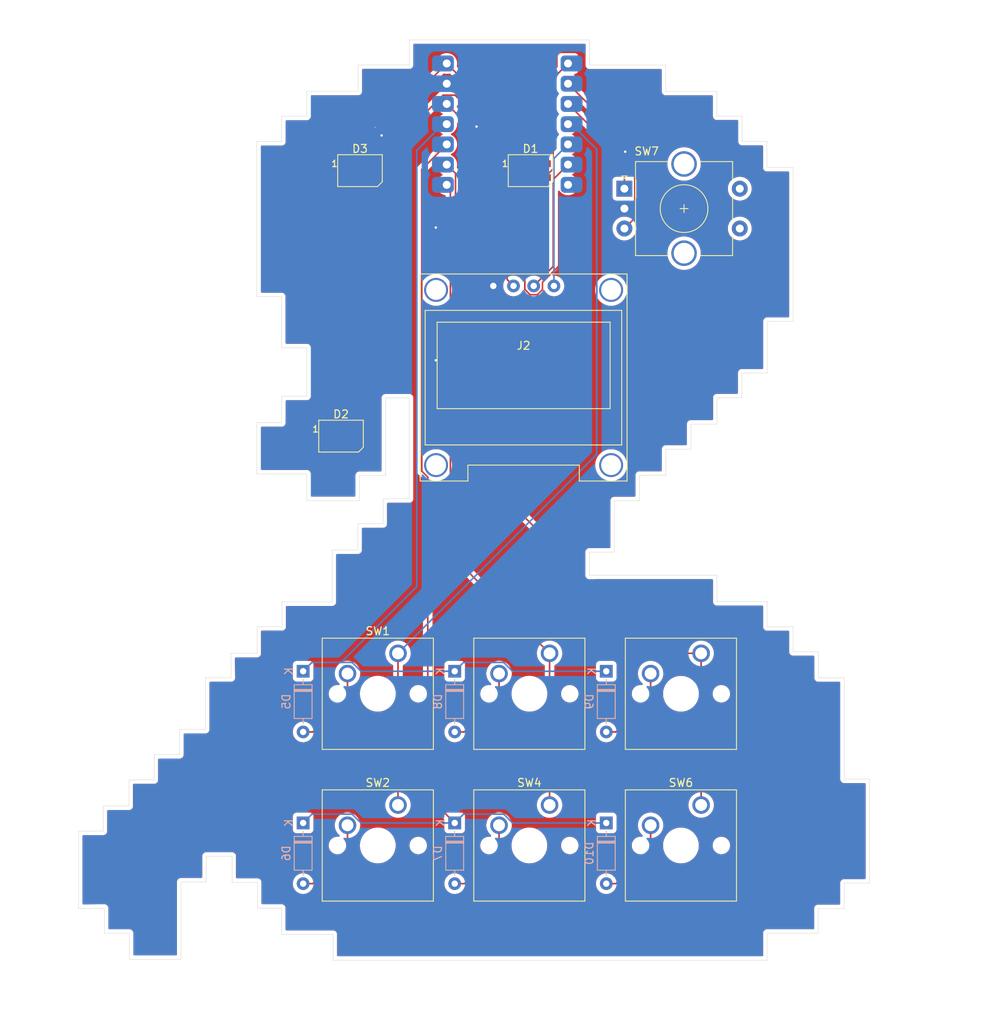
<source format=kicad_pcb>
(kicad_pcb (version 20241229) (generator "pcbnew") (generator_version "9.0")
  (layers (0 "F.Cu" signal) (2 "B.Cu" signal) (13 "F.Paste" user) (15 "B.Paste" user) (5 "F.SilkS" user "F.Silkscreen") (7 "B.SilkS" user "B.Silkscreen") (1 "F.Mask" user) (3 "B.Mask" user) (25 "Edge.Cuts" user))
  (net 0 "")
  (net 1 "Net-(D1-DOUT)")
  (net 2 "Net-(D1-DIN)")
  (net 3 "+5V")
  (net 4 "GND")
  (net 5 "Net-(D2-DIN)")
  (net 7 "Net-(U1-GPIO27{slash}ADC1{slash}A1)")
  (net 8 "Row 1")
  (net 9 "Net-(D5-A)")
  (net 10 "Net-(U1-GPIO28{slash}ADC2{slash}A2)")
  (net 11 "Net-(D6-A)")
  (net 12 "Row 2")
  (net 14 "Net-(D7-A)")
  (net 15 "Net-(D8-A)")
  (net 16 "Net-(D9-A)")
  (net 17 "Net-(D10-A)")
  (net 18 "Net-(J2-Pin_4)")
  (net 19 "Net-(J2-Pin_2)")
  (net 20 "Net-(J2-Pin_3)")
  (net 21 "Col 3")
  (net 22 "Col 1")
  (net 23 "Col 2")
  (footprint "LED_SMD:LED_SK6812MINI_PLCC4_3.5x3.5mm_P1.75mm" (layer "F.Cu") (at 135.73125 69.05625)
    (property "Reference" "D1" (at 0 -2.75 0) (layer "F.SilkS"))
    (property "Value" "SK6812MINI" (hide yes))
    (fp_line (start -2.8 -2) (end -2.8 2) (stroke (width 0.12)) (layer "F.SilkS"))
    (fp_line (start -2.8 -2) (end 2.8 -2) (stroke (width 0.12)) (layer "F.SilkS"))
    (fp_line (start -2.8 2) (end 2.2 2) (stroke (width 0.12)) (layer "F.SilkS"))
    (fp_line (start 2.8 1.4) (end 2.2 2) (stroke (width 0.12)) (layer "F.SilkS"))
    (fp_line (start 2.8 1.4) (end 2.8 -2) (stroke (width 0.12)) (layer "F.SilkS"))
    (fp_text user "1" (at -3.2 -0.875 0) (layer "F.SilkS") (effects (font (size 0.8 0.8))))
    (pad "1" smd rect (at -1.75 -0.875) (size 1.6 0.85) (layers "F.Cu" "F.Mask" "F.Paste") (net 1 "Net-(D1-DOUT)"))
    (pad "2" smd rect (at -1.75 0.875) (size 1.6 0.85) (layers "F.Cu" "F.Mask" "F.Paste") (net 4 "GND"))
    (pad "3" smd rect (at 1.75 0.875) (size 1.6 0.85) (layers "F.Cu" "F.Mask" "F.Paste") (net 2 "Net-(D1-DIN)"))
    (pad "4" smd rect (at 1.75 -0.875) (size 1.6 0.85) (layers "F.Cu" "F.Mask" "F.Paste") (net 3 "+5V"))
  )
  (footprint "Button_Switch_Keyboard:SW_Cherry_MX_1.00u_PCB" (layer "F.Cu") (at 138.127238 129.666275)
    (property "Reference" "SW3" (hide yes))
    (property "Value" "SW_Push")
    (fp_line (start -9.525 -1.905) (end 4.445 -1.905) (stroke (width 0.12)) (layer "F.SilkS"))
    (fp_line (start -9.525 12.065) (end -9.525 -1.905) (stroke (width 0.12)) (layer "F.SilkS"))
    (fp_line (start 4.445 -1.905) (end 4.445 12.065) (stroke (width 0.12)) (layer "F.SilkS"))
    (fp_line (start 4.445 12.065) (end -9.525 12.065) (stroke (width 0.12)) (layer "F.SilkS"))
    (pad "" np_thru_hole circle (at -7.62 5.08) (size 1.7 1.7) (drill 1.7) (layers "*.Cu" "*.Mask"))
    (pad "" np_thru_hole circle (at -2.54 5.08) (size 4 4) (drill 4) (layers "*.Cu" "*.Mask"))
    (pad "" np_thru_hole circle (at 2.54 5.08) (size 1.7 1.7) (drill 1.7) (layers "*.Cu" "*.Mask"))
    (pad "1" thru_hole circle (at 0 0) (size 2.2 2.2) (drill 1.5) (layers "*.Cu" "*.Mask") (net 23 "Col 2"))
    (pad "2" thru_hole circle (at -6.35 2.54) (size 2.2 2.2) (drill 1.5) (layers "*.Cu" "*.Mask") (net 15 "Net-(D8-A)"))
  )
  (footprint "Button_Switch_Keyboard:SW_Cherry_MX_1.00u_PCB" (layer "F.Cu") (at 138.127238 148.716275)
    (property "Reference" "SW4" (at -2.54 -2.794 0) (layer "F.SilkS"))
    (property "Value" "SW_Push")
    (fp_line (start -9.525 -1.905) (end 4.445 -1.905) (stroke (width 0.12)) (layer "F.SilkS"))
    (fp_line (start -9.525 12.065) (end -9.525 -1.905) (stroke (width 0.12)) (layer "F.SilkS"))
    (fp_line (start 4.445 -1.905) (end 4.445 12.065) (stroke (width 0.12)) (layer "F.SilkS"))
    (fp_line (start 4.445 12.065) (end -9.525 12.065) (stroke (width 0.12)) (layer "F.SilkS"))
    (pad "" np_thru_hole circle (at -7.62 5.08) (size 1.7 1.7) (drill 1.7) (layers "*.Cu" "*.Mask"))
    (pad "" np_thru_hole circle (at -2.54 5.08) (size 4 4) (drill 4) (layers "*.Cu" "*.Mask"))
    (pad "" np_thru_hole circle (at 2.54 5.08) (size 1.7 1.7) (drill 1.7) (layers "*.Cu" "*.Mask"))
    (pad "1" thru_hole circle (at 0 0) (size 2.2 2.2) (drill 1.5) (layers "*.Cu" "*.Mask") (net 23 "Col 2"))
    (pad "2" thru_hole circle (at -6.35 2.54) (size 2.2 2.2) (drill 1.5) (layers "*.Cu" "*.Mask") (net 14 "Net-(D7-A)"))
  )
  (footprint "Button_Switch_Keyboard:SW_Cherry_MX_1.00u_PCB" (layer "F.Cu") (at 119.077238 129.666275)
    (property "Reference" "SW1" (at -2.54 -2.794 0) (layer "F.SilkS"))
    (property "Value" "SW_Push")
    (fp_line (start -9.525 -1.905) (end 4.445 -1.905) (stroke (width 0.12)) (layer "F.SilkS"))
    (fp_line (start -9.525 12.065) (end -9.525 -1.905) (stroke (width 0.12)) (layer "F.SilkS"))
    (fp_line (start 4.445 -1.905) (end 4.445 12.065) (stroke (width 0.12)) (layer "F.SilkS"))
    (fp_line (start 4.445 12.065) (end -9.525 12.065) (stroke (width 0.12)) (layer "F.SilkS"))
    (pad "" np_thru_hole circle (at -7.62 5.08) (size 1.7 1.7) (drill 1.7) (layers "*.Cu" "*.Mask"))
    (pad "" np_thru_hole circle (at -2.54 5.08) (size 4 4) (drill 4) (layers "*.Cu" "*.Mask"))
    (pad "" np_thru_hole circle (at 2.54 5.08) (size 1.7 1.7) (drill 1.7) (layers "*.Cu" "*.Mask"))
    (pad "1" thru_hole circle (at 0 0) (size 2.2 2.2) (drill 1.5) (layers "*.Cu" "*.Mask") (net 22 "Col 1"))
    (pad "2" thru_hole circle (at -6.35 2.54) (size 2.2 2.2) (drill 1.5) (layers "*.Cu" "*.Mask") (net 9 "Net-(D5-A)"))
  )
  (footprint "Button_Switch_Keyboard:SW_Cherry_MX_1.00u_PCB" (layer "F.Cu") (at 157.177238 148.716275)
    (property "Reference" "SW6" (at -2.54 -2.794 0) (layer "F.SilkS"))
    (property "Value" "SW_Push")
    (fp_line (start -9.525 -1.905) (end 4.445 -1.905) (stroke (width 0.12)) (layer "F.SilkS"))
    (fp_line (start -9.525 12.065) (end -9.525 -1.905) (stroke (width 0.12)) (layer "F.SilkS"))
    (fp_line (start 4.445 -1.905) (end 4.445 12.065) (stroke (width 0.12)) (layer "F.SilkS"))
    (fp_line (start 4.445 12.065) (end -9.525 12.065) (stroke (width 0.12)) (layer "F.SilkS"))
    (pad "" np_thru_hole circle (at -7.62 5.08) (size 1.7 1.7) (drill 1.7) (layers "*.Cu" "*.Mask"))
    (pad "" np_thru_hole circle (at -2.54 5.08) (size 4 4) (drill 4) (layers "*.Cu" "*.Mask"))
    (pad "" np_thru_hole circle (at 2.54 5.08) (size 1.7 1.7) (drill 1.7) (layers "*.Cu" "*.Mask"))
    (pad "1" thru_hole circle (at 0 0) (size 2.2 2.2) (drill 1.5) (layers "*.Cu" "*.Mask") (net 21 "Col 3"))
    (pad "2" thru_hole circle (at -6.35 2.54) (size 2.2 2.2) (drill 1.5) (layers "*.Cu" "*.Mask") (net 17 "Net-(D10-A)"))
  )
  (footprint "LED_SMD:LED_SK6812MINI_PLCC4_3.5x3.5mm_P1.75mm" (layer "F.Cu") (at 114.2976 69.0548)
    (property "Reference" "D3" (at 0 -2.75 0) (layer "F.SilkS"))
    (property "Value" "SK6812MINI")
    (fp_line (start -2.8 -2) (end -2.8 2) (stroke (width 0.12)) (layer "F.SilkS"))
    (fp_line (start -2.8 -2) (end 2.8 -2) (stroke (width 0.12)) (layer "F.SilkS"))
    (fp_line (start -2.8 2) (end 2.2 2) (stroke (width 0.12)) (layer "F.SilkS"))
    (fp_line (start 2.8 1.4) (end 2.2 2) (stroke (width 0.12)) (layer "F.SilkS"))
    (fp_line (start 2.8 1.4) (end 2.8 -2) (stroke (width 0.12)) (layer "F.SilkS"))
    (fp_text user "1" (at -3.2 -0.875 0) (layer "F.SilkS") (effects (font (size 0.8 0.8))))
    (pad "1" smd rect (at -1.75 -0.875) (size 1.6 0.85) (layers "F.Cu" "F.Mask" "F.Paste") (net 5 "Net-(D2-DIN)"))
    (pad "2" smd rect (at -1.75 0.875) (size 1.6 0.85) (layers "F.Cu" "F.Mask" "F.Paste") (net 4 "GND"))
    (pad "3" smd rect (at 1.75 0.875) (size 1.6 0.85) (layers "F.Cu" "F.Mask" "F.Paste") (net 1 "Net-(D1-DOUT)"))
    (pad "4" smd rect (at 1.75 -0.875) (size 1.6 0.85) (layers "F.Cu" "F.Mask" "F.Paste") (net 3 "+5V"))
  )
  (footprint "Rotary_Encoder:RotaryEncoder_Alps_EC11E-Switch_Vertical_H20mm_CircularMountingHoles" (layer "F.Cu") (at 147.53125 71.31875)
    (property "Reference" "SW7" (at 2.8 -4.7 0) (layer "F.SilkS"))
    (property "Value" "RotaryEncoder")
    (fp_line (start -0.3 -1.6) (end 0.3 -1.6) (stroke (width 0.12)) (layer "F.SilkS"))
    (fp_line (start 0 -1.3) (end -0.3 -1.6) (stroke (width 0.12)) (layer "F.SilkS"))
    (fp_line (start 0.3 -1.6) (end 0 -1.3) (stroke (width 0.12)) (layer "F.SilkS"))
    (fp_line (start 1.4 -3.4) (end 1.4 8.4) (stroke (width 0.12)) (layer "F.SilkS"))
    (fp_line (start 5.5 -3.4) (end 1.4 -3.4) (stroke (width 0.12)) (layer "F.SilkS"))
    (fp_line (start 5.5 8.4) (end 1.4 8.4) (stroke (width 0.12)) (layer "F.SilkS"))
    (fp_line (start 7 2.5) (end 8 2.5) (stroke (width 0.12)) (layer "F.SilkS"))
    (fp_line (start 7.5 2) (end 7.5 3) (stroke (width 0.12)) (layer "F.SilkS"))
    (fp_line (start 9.5 -3.4) (end 13.6 -3.4) (stroke (width 0.12)) (layer "F.SilkS"))
    (fp_line (start 13.6 -3.4) (end 13.6 -1) (stroke (width 0.12)) (layer "F.SilkS"))
    (fp_line (start 13.6 1.2) (end 13.6 3.8) (stroke (width 0.12)) (layer "F.SilkS"))
    (fp_line (start 13.6 6) (end 13.6 8.4) (stroke (width 0.12)) (layer "F.SilkS"))
    (fp_line (start 13.6 8.4) (end 9.5 8.4) (stroke (width 0.12)) (layer "F.SilkS"))
    (fp_circle (center 7.5 2.5) (end 10.5 2.5) (stroke (width 0.12)) (fill no) (layer "F.SilkS"))
    (pad "A" thru_hole rect (at 0 0) (size 2 2) (drill 1) (layers "*.Cu" "*.Mask") (net 10 "Net-(U1-GPIO28{slash}ADC2{slash}A2)"))
    (pad "B" thru_hole circle (at 0 5) (size 2 2) (drill 1) (layers "*.Cu" "*.Mask") (net 7 "Net-(U1-GPIO27{slash}ADC1{slash}A1)"))
    (pad "C" thru_hole circle (at 0 2.5) (size 2 2) (drill 1) (layers "*.Cu" "*.Mask") (net 4 "GND"))
    (pad "MP" thru_hole circle (at 7.5 -3.1) (size 3.2 3.2) (drill 2.6) (layers "*.Cu" "*.Mask"))
    (pad "MP" thru_hole circle (at 7.5 8.1) (size 3.2 3.2) (drill 2.6) (layers "*.Cu" "*.Mask"))
    (pad "S1" thru_hole circle (at 14.5 5) (size 2 2) (drill 1) (layers "*.Cu" "*.Mask"))
    (pad "S2" thru_hole circle (at 14.5 0) (size 2 2) (drill 1) (layers "*.Cu" "*.Mask"))
  )
  (footprint "LED_SMD:LED_SK6812MINI_PLCC4_3.5x3.5mm_P1.75mm" (layer "F.Cu") (at 111.9164 102.3916)
    (property "Reference" "D2" (at 0 -2.75 0) (layer "F.SilkS"))
    (property "Value" "SK6812MINI" (hide yes))
    (fp_line (start -2.8 -2) (end -2.8 2) (stroke (width 0.12)) (layer "F.SilkS"))
    (fp_line (start -2.8 -2) (end 2.8 -2) (stroke (width 0.12)) (layer "F.SilkS"))
    (fp_line (start -2.8 2) (end 2.2 2) (stroke (width 0.12)) (layer "F.SilkS"))
    (fp_line (start 2.8 1.4) (end 2.2 2) (stroke (width 0.12)) (layer "F.SilkS"))
    (fp_line (start 2.8 1.4) (end 2.8 -2) (stroke (width 0.12)) (layer "F.SilkS"))
    (fp_text user "1" (at -3.2 -0.875 0) (layer "F.SilkS") (effects (font (size 0.8 0.8))))
    (pad "1" smd rect (at -1.75 -0.875) (size 1.6 0.85) (layers "F.Cu" "F.Mask" "F.Paste"))
    (pad "2" smd rect (at -1.75 0.875) (size 1.6 0.85) (layers "F.Cu" "F.Mask" "F.Paste") (net 4 "GND"))
    (pad "3" smd rect (at 1.75 0.875) (size 1.6 0.85) (layers "F.Cu" "F.Mask" "F.Paste") (net 5 "Net-(D2-DIN)"))
    (pad "4" smd rect (at 1.75 -0.875) (size 1.6 0.85) (layers "F.Cu" "F.Mask" "F.Paste") (net 3 "+5V"))
  )
  (footprint "Button_Switch_Keyboard:SW_Cherry_MX_1.00u_PCB" (layer "F.Cu") (at 157.177238 129.666275)
    (property "Reference" "SW5" (hide yes))
    (property "Value" "SW_Push")
    (fp_line (start -9.525 -1.905) (end 4.445 -1.905) (stroke (width 0.12)) (layer "F.SilkS"))
    (fp_line (start -9.525 12.065) (end -9.525 -1.905) (stroke (width 0.12)) (layer "F.SilkS"))
    (fp_line (start 4.445 -1.905) (end 4.445 12.065) (stroke (width 0.12)) (layer "F.SilkS"))
    (fp_line (start 4.445 12.065) (end -9.525 12.065) (stroke (width 0.12)) (layer "F.SilkS"))
    (pad "" np_thru_hole circle (at -7.62 5.08) (size 1.7 1.7) (drill 1.7) (layers "*.Cu" "*.Mask"))
    (pad "" np_thru_hole circle (at -2.54 5.08) (size 4 4) (drill 4) (layers "*.Cu" "*.Mask"))
    (pad "" np_thru_hole circle (at 2.54 5.08) (size 1.7 1.7) (drill 1.7) (layers "*.Cu" "*.Mask"))
    (pad "1" thru_hole circle (at 0 0) (size 2.2 2.2) (drill 1.5) (layers "*.Cu" "*.Mask") (net 21 "Col 3"))
    (pad "2" thru_hole circle (at -6.35 2.54) (size 2.2 2.2) (drill 1.5) (layers "*.Cu" "*.Mask") (net 16 "Net-(D9-A)"))
  )
  (footprint "Button_Switch_Keyboard:SW_Cherry_MX_1.00u_PCB" (layer "F.Cu") (at 119.077238 148.716275)
    (property "Reference" "SW2" (at -2.54 -2.794 0) (layer "F.SilkS"))
    (property "Value" "SW_Push")
    (fp_line (start -9.525 -1.905) (end 4.445 -1.905) (stroke (width 0.12)) (layer "F.SilkS"))
    (fp_line (start -9.525 12.065) (end -9.525 -1.905) (stroke (width 0.12)) (layer "F.SilkS"))
    (fp_line (start 4.445 -1.905) (end 4.445 12.065) (stroke (width 0.12)) (layer "F.SilkS"))
    (fp_line (start 4.445 12.065) (end -9.525 12.065) (stroke (width 0.12)) (layer "F.SilkS"))
    (pad "" np_thru_hole circle (at -7.62 5.08) (size 1.7 1.7) (drill 1.7) (layers "*.Cu" "*.Mask"))
    (pad "" np_thru_hole circle (at -2.54 5.08) (size 4 4) (drill 4) (layers "*.Cu" "*.Mask"))
    (pad "" np_thru_hole circle (at 2.54 5.08) (size 1.7 1.7) (drill 1.7) (layers "*.Cu" "*.Mask"))
    (pad "1" thru_hole circle (at 0 0) (size 2.2 2.2) (drill 1.5) (layers "*.Cu" "*.Mask") (net 22 "Col 1"))
    (pad "2" thru_hole circle (at -6.35 2.54) (size 2.2 2.2) (drill 1.5) (layers "*.Cu" "*.Mask") (net 11 "Net-(D6-A)"))
  )
  (footprint "self-made Library:SSD1306_0.96_Oled" (layer "F.Cu") (at 121.864529 108.030159)
    (property "Reference" "J2" (at 13 -17 0) (layer "F.SilkS"))
    (property "Value" "Conn_01x04_Pin")
    (fp_line (start 0 -26) (end 0 0) (stroke (width 0.12)) (layer "F.SilkS"))
    (fp_line (start 0 0) (end 6 0) (stroke (width 0.12)) (layer "F.SilkS"))
    (fp_line (start 0.63 -21.43) (end 0.63 -4.53) (stroke (width 0.12)) (layer "F.SilkS"))
    (fp_line (start 0.63 -4.53) (end 25.33 -4.53) (stroke (width 0.12)) (layer "F.SilkS"))
    (fp_line (start 2.13 -19.95) (end 2.13 -9.09) (stroke (width 0.12)) (layer "F.SilkS"))
    (fp_line (start 2.13 -9.09) (end 23.87 -9.09) (stroke (width 0.12)) (layer "F.SilkS"))
    (fp_line (start 6 -2) (end 20 -2) (stroke (width 0.12)) (layer "F.SilkS"))
    (fp_line (start 6 0) (end 6 -2) (stroke (width 0.12)) (layer "F.SilkS"))
    (fp_line (start 20 -2) (end 20 0) (stroke (width 0.12)) (layer "F.SilkS"))
    (fp_line (start 20 0) (end 26 0) (stroke (width 0.12)) (layer "F.SilkS"))
    (fp_line (start 23.87 -19.95) (end 2.13 -19.95) (stroke (width 0.12)) (layer "F.SilkS"))
    (fp_line (start 23.87 -9.09) (end 23.87 -19.95) (stroke (width 0.12)) (layer "F.SilkS"))
    (fp_line (start 25.33 -21.43) (end 0.63 -21.43) (stroke (width 0.12)) (layer "F.SilkS"))
    (fp_line (start 25.33 -4.53) (end 25.33 -21.43) (stroke (width 0.12)) (layer "F.SilkS"))
    (fp_line (start 26 -26) (end 0 -26) (stroke (width 0.12)) (layer "F.SilkS"))
    (fp_line (start 26 0) (end 26 -26) (stroke (width 0.12)) (layer "F.SilkS"))
    (pad "" np_thru_hole circle (at 2 -24) (size 3 3) (drill 2.5) (layers "*.Cu" "*.Mask"))
    (pad "" np_thru_hole circle (at 2 -2) (size 3 3) (drill 2.5) (layers "*.Cu" "*.Mask"))
    (pad "" np_thru_hole circle (at 24 -24) (size 3 3) (drill 2.5) (layers "*.Cu" "*.Mask"))
    (pad "" np_thru_hole circle (at 24 -2) (size 3 3) (drill 2.5) (layers "*.Cu" "*.Mask"))
    (pad "1" thru_hole circle (at 9.19 -24.5) (size 1.6 1.6) (drill 0.8) (layers "*.Cu" "*.Mask") (net 4 "GND"))
    (pad "2" thru_hole circle (at 11.73 -24.5) (size 1.6 1.6) (drill 0.8) (layers "*.Cu" "*.Mask") (net 19 "Net-(J2-Pin_2)"))
    (pad "3" thru_hole circle (at 14.27 -24.5) (size 1.6 1.6) (drill 0.8) (layers "*.Cu" "*.Mask") (net 20 "Net-(J2-Pin_3)"))
    (pad "4" thru_hole circle (at 16.81 -24.5) (size 1.6 1.6) (drill 0.8) (layers "*.Cu" "*.Mask") (net 18 "Net-(J2-Pin_4)"))
  )
  (footprint "ScottoKeebs_MCU:Seeed_XIAO_RP2040" (layer "B.Cu") (at 132.825516 63.215673 180)
    (property "Reference" "U1" (hide yes))
    (property "Value" "XIAO-RP2040-DIP")
    (pad "1" smd roundrect (at -8.065 7.62 180) (size 2.75 2) (layers "B.Cu" "B.Mask" "B.Paste") (net 2 "Net-(D1-DIN)"))
    (pad "1" thru_hole rect (at -7.62 7.62 90) (size 1.6 1.6) (drill 1) (layers "*.Cu" "*.Mask") (net 2 "Net-(D1-DIN)"))
    (pad "2" smd roundrect (at -8.065 5.08 180) (size 2.75 2) (layers "B.Cu" "B.Mask" "B.Paste") (net 7 "Net-(U1-GPIO27{slash}ADC1{slash}A1)"))
    (pad "2" thru_hole circle (at -7.62 5.08 90) (size 1.6 1.6) (drill 1) (layers "*.Cu" "*.Mask") (net 7 "Net-(U1-GPIO27{slash}ADC1{slash}A1)"))
    (pad "3" smd roundrect (at -8.065 2.54 180) (size 2.75 2) (layers "B.Cu" "B.Mask" "B.Paste") (net 10 "Net-(U1-GPIO28{slash}ADC2{slash}A2)"))
    (pad "3" thru_hole circle (at -7.62 2.54 90) (size 1.6 1.6) (drill 1) (layers "*.Cu" "*.Mask") (net 10 "Net-(U1-GPIO28{slash}ADC2{slash}A2)"))
    (pad "4" smd roundrect (at -8.065 0 180) (size 2.75 2) (layers "B.Cu" "B.Mask" "B.Paste") (net 22 "Col 1"))
    (pad "4" thru_hole circle (at -7.62 0 90) (size 1.6 1.6) (drill 1) (layers "*.Cu" "*.Mask") (net 22 "Col 1"))
    (pad "5" smd roundrect (at -8.065 -2.54 180) (size 2.75 2) (layers "B.Cu" "B.Mask" "B.Paste") (net 18 "Net-(J2-Pin_4)"))
    (pad "5" thru_hole circle (at -7.62 -2.54 90) (size 1.6 1.6) (drill 1) (layers "*.Cu" "*.Mask") (net 18 "Net-(J2-Pin_4)"))
    (pad "6" smd roundrect (at -8.065 -5.08 180) (size 2.75 2) (layers "B.Cu" "B.Mask" "B.Paste") (net 20 "Net-(J2-Pin_3)"))
    (pad "6" thru_hole circle (at -7.62 -5.08 90) (size 1.6 1.6) (drill 1) (layers "*.Cu" "*.Mask") (net 20 "Net-(J2-Pin_3)"))
    (pad "7" smd roundrect (at -8.065 -7.62 180) (size 2.75 2) (layers "B.Cu" "B.Mask" "B.Paste"))
    (pad "7" thru_hole circle (at -7.62 -7.62 90) (size 1.6 1.6) (drill 1) (layers "*.Cu" "*.Mask"))
    (pad "8" thru_hole circle (at 7.62 -7.62 90) (size 1.6 1.6) (drill 1) (layers "*.Cu" "*.Mask") (net 23 "Col 2"))
    (pad "8" smd roundrect (at 8.1 -7.62 180) (size 2.75 2) (layers "B.Cu" "B.Mask" "B.Paste") (net 23 "Col 2"))
    (pad "9" thru_hole circle (at 7.62 -5.08 90) (size 1.6 1.6) (drill 1) (layers "*.Cu" "*.Mask") (net 21 "Col 3"))
    (pad "9" smd roundrect (at 8.1 -5.08 180) (size 2.75 2) (layers "B.Cu" "B.Mask" "B.Paste") (net 21 "Col 3"))
    (pad "10" thru_hole circle (at 7.62 -2.54 90) (size 1.6 1.6) (drill 1) (layers "*.Cu" "*.Mask") (net 12 "Row 2"))
    (pad "10" smd roundrect (at 8.1 -2.54 180) (size 2.75 2) (layers "B.Cu" "B.Mask" "B.Paste") (net 12 "Row 2"))
    (pad "11" thru_hole circle (at 7.62 0 90) (size 1.6 1.6) (drill 1) (layers "*.Cu" "*.Mask") (net 8 "Row 1"))
    (pad "11" smd roundrect (at 8.1 0 180) (size 2.75 2) (layers "B.Cu" "B.Mask" "B.Paste") (net 8 "Row 1"))
    (pad "12" thru_hole circle (at 7.62 2.54 90) (size 1.6 1.6) (drill 1) (layers "*.Cu" "*.Mask") (net 19 "Net-(J2-Pin_2)"))
    (pad "12" smd roundrect (at 8.1 2.54 180) (size 2.75 2) (layers "B.Cu" "B.Mask" "B.Paste") (net 19 "Net-(J2-Pin_2)"))
    (pad "13" thru_hole circle (at 7.62 5.08 90) (size 1.6 1.6) (drill 1) (layers "*.Cu" "*.Mask") (net 4 "GND"))
    (pad "13" smd roundrect (at 8.1 5.08 180) (size 2.75 2) (layers "B.Cu" "B.Mask" "B.Paste") (net 4 "GND"))
    (pad "14" thru_hole circle (at 7.62 7.62 90) (size 1.6 1.6) (drill 1) (layers "*.Cu" "*.Mask") (net 3 "+5V"))
    (pad "14" smd roundrect (at 8.1 7.62 180) (size 2.75 2) (layers "B.Cu" "B.Mask" "B.Paste") (net 3 "+5V"))
  )
  (footprint "Diode_THT:D_DO-35_SOD27_P7.62mm_Horizontal" (layer "B.Cu") (at 126.2036 150.968 -90)
    (property "Reference" "D7" (at 3.81 2.12 90) (layer "B.SilkS") (effects (justify mirror)))
    (property "Value" "D")
    (fp_line (start 1.69 1.12) (end 1.69 -1.12) (stroke (width 0.12)) (layer "B.SilkS"))
    (fp_line (start 2.29 1.12) (end 2.29 -1.12) (stroke (width 0.12)) (layer "B.SilkS"))
    (fp_line (start 2.41 1.12) (end 2.41 -1.12) (stroke (width 0.12)) (layer "B.SilkS"))
    (fp_line (start 2.53 1.12) (end 2.53 -1.12) (stroke (width 0.12)) (layer "B.SilkS"))
    (fp_line (start 5.93 1.12) (end 1.69 1.12) (stroke (width 0.12)) (layer "B.SilkS"))
    (fp_line (start 1.04 0) (end 1.69 0) (stroke (width 0.12)) (layer "B.SilkS"))
    (fp_line (start 6.58 0) (end 5.93 0) (stroke (width 0.12)) (layer "B.SilkS"))
    (fp_line (start 1.69 -1.12) (end 5.93 -1.12) (stroke (width 0.12)) (layer "B.SilkS"))
    (fp_line (start 5.93 -1.12) (end 5.93 1.12) (stroke (width 0.12)) (layer "B.SilkS"))
    (fp_text user "K" (at 0 1.8 90) (layer "B.SilkS") (effects (justify mirror)))
    (pad "1" thru_hole rect (at 0 0 270) (size 1.6 1.6) (drill 0.8) (layers "*.Cu" "*.Mask") (net 12 "Row 2"))
    (pad "2" thru_hole oval (at 7.62 0 270) (size 1.6 1.6) (drill 0.8) (layers "*.Cu" "*.Mask") (net 14 "Net-(D7-A)"))
  )
  (footprint "Diode_THT:D_DO-35_SOD27_P7.62mm_Horizontal" (layer "B.Cu") (at 145.2532 150.968 -90)
    (property "Reference" "D10" (at 3.81 2.12 90) (layer "B.SilkS") (effects (justify mirror)))
    (property "Value" "D")
    (fp_line (start 1.69 1.12) (end 1.69 -1.12) (stroke (width 0.12)) (layer "B.SilkS"))
    (fp_line (start 2.29 1.12) (end 2.29 -1.12) (stroke (width 0.12)) (layer "B.SilkS"))
    (fp_line (start 2.41 1.12) (end 2.41 -1.12) (stroke (width 0.12)) (layer "B.SilkS"))
    (fp_line (start 2.53 1.12) (end 2.53 -1.12) (stroke (width 0.12)) (layer "B.SilkS"))
    (fp_line (start 5.93 1.12) (end 1.69 1.12) (stroke (width 0.12)) (layer "B.SilkS"))
    (fp_line (start 1.04 0) (end 1.69 0) (stroke (width 0.12)) (layer "B.SilkS"))
    (fp_line (start 6.58 0) (end 5.93 0) (stroke (width 0.12)) (layer "B.SilkS"))
    (fp_line (start 1.69 -1.12) (end 5.93 -1.12) (stroke (width 0.12)) (layer "B.SilkS"))
    (fp_line (start 5.93 -1.12) (end 5.93 1.12) (stroke (width 0.12)) (layer "B.SilkS"))
    (fp_text user "K" (at 0 1.8 90) (layer "B.SilkS") (effects (justify mirror)))
    (pad "1" thru_hole rect (at 0 0 270) (size 1.6 1.6) (drill 0.8) (layers "*.Cu" "*.Mask") (net 12 "Row 2"))
    (pad "2" thru_hole oval (at 7.62 0 270) (size 1.6 1.6) (drill 0.8) (layers "*.Cu" "*.Mask") (net 17 "Net-(D10-A)"))
  )
  (footprint "Diode_THT:D_DO-35_SOD27_P7.62mm_Horizontal" (layer "B.Cu") (at 107.154 131.9184 -90)
    (property "Reference" "D5" (at 3.81 2.12 90) (layer "B.SilkS") (effects (justify mirror)))
    (property "Value" "D")
    (fp_line (start 1.69 1.12) (end 1.69 -1.12) (stroke (width 0.12)) (layer "B.SilkS"))
    (fp_line (start 2.29 1.12) (end 2.29 -1.12) (stroke (width 0.12)) (layer "B.SilkS"))
    (fp_line (start 2.41 1.12) (end 2.41 -1.12) (stroke (width 0.12)) (layer "B.SilkS"))
    (fp_line (start 2.53 1.12) (end 2.53 -1.12) (stroke (width 0.12)) (layer "B.SilkS"))
    (fp_line (start 5.93 1.12) (end 1.69 1.12) (stroke (width 0.12)) (layer "B.SilkS"))
    (fp_line (start 1.04 0) (end 1.69 0) (stroke (width 0.12)) (layer "B.SilkS"))
    (fp_line (start 6.58 0) (end 5.93 0) (stroke (width 0.12)) (layer "B.SilkS"))
    (fp_line (start 1.69 -1.12) (end 5.93 -1.12) (stroke (width 0.12)) (layer "B.SilkS"))
    (fp_line (start 5.93 -1.12) (end 5.93 1.12) (stroke (width 0.12)) (layer "B.SilkS"))
    (fp_text user "K" (at 0 1.8 90) (layer "B.SilkS") (effects (justify mirror)))
    (pad "1" thru_hole rect (at 0 0 270) (size 1.6 1.6) (drill 0.8) (layers "*.Cu" "*.Mask") (net 8 "Row 1"))
    (pad "2" thru_hole oval (at 7.62 0 270) (size 1.6 1.6) (drill 0.8) (layers "*.Cu" "*.Mask") (net 9 "Net-(D5-A)"))
  )
  (footprint "Diode_THT:D_DO-35_SOD27_P7.62mm_Horizontal" (layer "B.Cu") (at 126.2036 131.9184 -90)
    (property "Reference" "D8" (at 3.81 2.12 90) (layer "B.SilkS") (effects (justify mirror)))
    (property "Value" "D")
    (fp_line (start 1.69 1.12) (end 1.69 -1.12) (stroke (width 0.12)) (layer "B.SilkS"))
    (fp_line (start 2.29 1.12) (end 2.29 -1.12) (stroke (width 0.12)) (layer "B.SilkS"))
    (fp_line (start 2.41 1.12) (end 2.41 -1.12) (stroke (width 0.12)) (layer "B.SilkS"))
    (fp_line (start 2.53 1.12) (end 2.53 -1.12) (stroke (width 0.12)) (layer "B.SilkS"))
    (fp_line (start 5.93 1.12) (end 1.69 1.12) (stroke (width 0.12)) (layer "B.SilkS"))
    (fp_line (start 1.04 0) (end 1.69 0) (stroke (width 0.12)) (layer "B.SilkS"))
    (fp_line (start 6.58 0) (end 5.93 0) (stroke (width 0.12)) (layer "B.SilkS"))
    (fp_line (start 1.69 -1.12) (end 5.93 -1.12) (stroke (width 0.12)) (layer "B.SilkS"))
    (fp_line (start 5.93 -1.12) (end 5.93 1.12) (stroke (width 0.12)) (layer "B.SilkS"))
    (fp_text user "K" (at 0 1.8 90) (layer "B.SilkS") (effects (justify mirror)))
    (pad "1" thru_hole rect (at 0 0 270) (size 1.6 1.6) (drill 0.8) (layers "*.Cu" "*.Mask") (net 8 "Row 1"))
    (pad "2" thru_hole oval (at 7.62 0 270) (size 1.6 1.6) (drill 0.8) (layers "*.Cu" "*.Mask") (net 15 "Net-(D8-A)"))
  )
  (footprint "Diode_THT:D_DO-35_SOD27_P7.62mm_Horizontal" (layer "B.Cu") (at 145.2532 131.9184 -90)
    (property "Reference" "D9" (at 3.81 2.12 90) (layer "B.SilkS") (effects (justify mirror)))
    (property "Value" "D")
    (fp_line (start 1.69 1.12) (end 1.69 -1.12) (stroke (width 0.12)) (layer "B.SilkS"))
    (fp_line (start 2.29 1.12) (end 2.29 -1.12) (stroke (width 0.12)) (layer "B.SilkS"))
    (fp_line (start 2.41 1.12) (end 2.41 -1.12) (stroke (width 0.12)) (layer "B.SilkS"))
    (fp_line (start 2.53 1.12) (end 2.53 -1.12) (stroke (width 0.12)) (layer "B.SilkS"))
    (fp_line (start 5.93 1.12) (end 1.69 1.12) (stroke (width 0.12)) (layer "B.SilkS"))
    (fp_line (start 1.04 0) (end 1.69 0) (stroke (width 0.12)) (layer "B.SilkS"))
    (fp_line (start 6.58 0) (end 5.93 0) (stroke (width 0.12)) (layer "B.SilkS"))
    (fp_line (start 1.69 -1.12) (end 5.93 -1.12) (stroke (width 0.12)) (layer "B.SilkS"))
    (fp_line (start 5.93 -1.12) (end 5.93 1.12) (stroke (width 0.12)) (layer "B.SilkS"))
    (fp_text user "K" (at 0 1.8 90) (layer "B.SilkS") (effects (justify mirror)))
    (pad "1" thru_hole rect (at 0 0 270) (size 1.6 1.6) (drill 0.8) (layers "*.Cu" "*.Mask") (net 8 "Row 1"))
    (pad "2" thru_hole oval (at 7.62 0 270) (size 1.6 1.6) (drill 0.8) (layers "*.Cu" "*.Mask") (net 16 "Net-(D9-A)"))
  )
  (footprint "Diode_THT:D_DO-35_SOD27_P7.62mm_Horizontal" (layer "B.Cu") (at 107.154 150.968 -90)
    (property "Reference" "D6" (at 3.81 2.12 90) (layer "B.SilkS") (effects (justify mirror)))
    (property "Value" "D")
    (fp_line (start 1.69 1.12) (end 1.69 -1.12) (stroke (width 0.12)) (layer "B.SilkS"))
    (fp_line (start 2.29 1.12) (end 2.29 -1.12) (stroke (width 0.12)) (layer "B.SilkS"))
    (fp_line (start 2.41 1.12) (end 2.41 -1.12) (stroke (width 0.12)) (layer "B.SilkS"))
    (fp_line (start 2.53 1.12) (end 2.53 -1.12) (stroke (width 0.12)) (layer "B.SilkS"))
    (fp_line (start 5.93 1.12) (end 1.69 1.12) (stroke (width 0.12)) (layer "B.SilkS"))
    (fp_line (start 1.04 0) (end 1.69 0) (stroke (width 0.12)) (layer "B.SilkS"))
    (fp_line (start 6.58 0) (end 5.93 0) (stroke (width 0.12)) (layer "B.SilkS"))
    (fp_line (start 1.69 -1.12) (end 5.93 -1.12) (stroke (width 0.12)) (layer "B.SilkS"))
    (fp_line (start 5.93 -1.12) (end 5.93 1.12) (stroke (width 0.12)) (layer "B.SilkS"))
    (fp_text user "K" (at 0 1.8 90) (layer "B.SilkS") (effects (justify mirror)))
    (pad "1" thru_hole rect (at 0 0 270) (size 1.6 1.6) (drill 0.8) (layers "*.Cu" "*.Mask") (net 12 "Row 2"))
    (pad "2" thru_hole oval (at 7.62 0 270) (size 1.6 1.6) (drill 0.8) (layers "*.Cu" "*.Mask") (net 11 "Net-(D6-A)"))
  )
  (gr_line (start 159.151474 59.100958) (end 152.724962 59.100958) (stroke (width 0.05)) (layer "Edge.Cuts"))
  (gr_line (start 94.879182 139.231495) (end 91.644411 139.231495) (stroke (width 0.05)) (layer "Edge.Cuts"))
  (gr_line (start 171.883016 161.718637) (end 175.15094 161.718637) (stroke (width 0.05)) (layer "Edge.Cuts"))
  (gr_line (start 78.927329 161.701272) (end 82.178109 161.674843) (stroke (width 0.05)) (layer "Edge.Cuts"))
  (gr_line (start 120.495211 110.257942) (end 117.20299 110.257942) (stroke (width 0.05)) (layer "Edge.Cuts"))
  (gr_line (start 101.418502 161.674843) (end 101.418502 158.424062) (stroke (width 0.05)) (layer "Edge.Cuts"))
  (gr_line (start 101.337158 100.709286) (end 101.337158 107.135799) (stroke (width 0.05)) (layer "Edge.Cuts"))
  (gr_line (start 165.456503 65.381689) (end 162.33436 65.381689) (stroke (width 0.05)) (layer "Edge.Cuts"))
  (gr_line (start 155.88355 100.879364) (end 159.175771 100.879364) (stroke (width 0.05)) (layer "Edge.Cuts"))
  (gr_line (start 159.163623 119.855192) (end 143.127712 119.855192) (stroke (width 0.05)) (layer "Edge.Cuts"))
  (gr_line (start 171.907312 132.744662) (end 171.907312 129.464589) (stroke (width 0.05)) (layer "Edge.Cuts"))
  (gr_line (start 110.804522 116.688437) (end 114.03703 116.688437) (stroke (width 0.05)) (layer "Edge.Cuts"))
  (gr_line (start 101.363468 126.311183) (end 104.497589 126.311183) (stroke (width 0.05)) (layer "Edge.Cuts"))
  (gr_line (start 104.497589 126.311183) (end 104.497589 123.215755) (stroke (width 0.05)) (layer "Edge.Cuts"))
  (gr_line (start 152.724962 55.796588) (end 143.152009 55.796588) (stroke (width 0.05)) (layer "Edge.Cuts"))
  (gr_line (start 104.447152 91.294263) (end 107.617889 91.294263) (stroke (width 0.05)) (layer "Edge.Cuts"))
  (gr_line (start 104.497589 123.215755) (end 110.804522 123.215755) (stroke (width 0.05)) (layer "Edge.Cuts"))
  (gr_line (start 114.068699 59.088809) (end 107.617889 59.088809) (stroke (width 0.05)) (layer "Edge.Cuts"))
  (gr_line (start 175.15094 158.523603) (end 178.345973 158.523603) (stroke (width 0.05)) (layer "Edge.Cuts"))
  (gr_line (start 104.459301 62.223101) (end 104.459301 65.405986) (stroke (width 0.05)) (layer "Edge.Cuts"))
  (gr_line (start 162.297914 97.574995) (end 162.297914 94.465) (stroke (width 0.05)) (layer "Edge.Cuts"))
  (gr_line (start 175.15094 161.718637) (end 175.15094 158.523603) (stroke (width 0.05)) (layer "Edge.Cuts"))
  (gr_line (start 107.617889 91.294263) (end 107.617889 97.38062) (stroke (width 0.05)) (layer "Edge.Cuts"))
  (gr_line (start 98.22058 155.146852) (end 94.969799 155.146852) (stroke (width 0.05)) (layer "Edge.Cuts"))
  (gr_line (start 165.4808 87.977745) (end 168.736576 87.977745) (stroke (width 0.05)) (layer "Edge.Cuts"))
  (gr_line (start 94.969799 158.371204) (end 91.798306 158.371204) (stroke (width 0.05)) (layer "Edge.Cuts"))
  (gr_line (start 88.431645 145.553939) (end 85.271104 145.553939) (stroke (width 0.05)) (layer "Edge.Cuts"))
  (gr_line (start 107.617889 62.223101) (end 107.617889 59.088809) (stroke (width 0.05)) (layer "Edge.Cuts"))
  (gr_line (start 101.418502 158.424062) (end 98.22058 158.424062) (stroke (width 0.05)) (layer "Edge.Cuts"))
  (gr_line (start 104.447152 84.879899) (end 101.337158 84.879899) (stroke (width 0.05)) (layer "Edge.Cuts"))
  (gr_line (start 168.736576 129.464589) (end 168.736576 126.330298) (stroke (width 0.05)) (layer "Edge.Cuts"))
  (gr_line (start 98.11327 132.734195) (end 98.074577 129.67746) (stroke (width 0.05)) (layer "Edge.Cuts"))
  (gr_line (start 104.447152 164.962264) (end 110.922259 164.962264) (stroke (width 0.05)) (layer "Edge.Cuts"))
  (gr_line (start 165.468651 123.171709) (end 159.163623 123.171709) (stroke (width 0.05)) (layer "Edge.Cuts"))
  (gr_line (start 91.644411 142.378246) (end 91.644411 139.231495) (stroke (width 0.05)) (layer "Edge.Cuts"))
  (gr_line (start 94.879182 139.231495) (end 94.879182 132.734195) (stroke (width 0.05)) (layer "Edge.Cuts"))
  (gr_line (start 98.11327 132.734195) (end 94.879182 132.734195) (stroke (width 0.05)) (layer "Edge.Cuts"))
  (gr_line (start 165.468651 168.205891) (end 165.468651 164.816483) (stroke (width 0.05)) (layer "Edge.Cuts"))
  (gr_line (start 114.226628 110.488762) (end 114.226628 107.330174) (stroke (width 0.05)) (layer "Edge.Cuts"))
  (gr_line (start 149.420592 107.305877) (end 152.73711 107.305877) (stroke (width 0.05)) (layer "Edge.Cuts"))
  (gr_line (start 107.617889 107.135799) (end 107.617889 110.488762) (stroke (width 0.05)) (layer "Edge.Cuts"))
  (gr_line (start 146.274152 116.95172) (end 146.274152 110.50091) (stroke (width 0.05)) (layer "Edge.Cuts"))
  (gr_line (start 178.345973 158.523603) (end 178.345973 145.464055) (stroke (width 0.05)) (layer "Edge.Cuts"))
  (gr_line (start 165.468651 126.330298) (end 165.468651 123.171709) (stroke (width 0.05)) (layer "Edge.Cuts"))
  (gr_line (start 82.178109 161.674843) (end 82.178109 164.819907) (stroke (width 0.05)) (layer "Edge.Cuts"))
  (gr_line (start 110.922259 168.205891) (end 165.468651 168.205891) (stroke (width 0.05)) (layer "Edge.Cuts"))
  (gr_line (start 104.447152 161.674843) (end 101.418502 161.674843) (stroke (width 0.05)) (layer "Edge.Cuts"))
  (gr_line (start 104.447152 161.674843) (end 104.447152 164.962264) (stroke (width 0.05)) (layer "Edge.Cuts"))
  (gr_line (start 178.345973 145.464055) (end 175.163088 145.464055) (stroke (width 0.05)) (layer "Edge.Cuts"))
  (gr_line (start 155.88355 104.025804) (end 155.88355 100.879364) (stroke (width 0.05)) (layer "Edge.Cuts"))
  (gr_line (start 107.617889 97.38062) (end 104.459301 97.38062) (stroke (width 0.05)) (layer "Edge.Cuts"))
  (gr_line (start 152.724962 59.100958) (end 152.724962 55.796588) (stroke (width 0.05)) (layer "Edge.Cuts"))
  (gr_line (start 171.907312 129.464589) (end 168.736576 129.464589) (stroke (width 0.05)) (layer "Edge.Cuts"))
  (gr_line (start 85.323174 164.819907) (end 85.323174 168.097117) (stroke (width 0.05)) (layer "Edge.Cuts"))
  (gr_line (start 98.074577 129.67746) (end 101.363468 129.67746) (stroke (width 0.05)) (layer "Edge.Cuts"))
  (gr_line (start 175.163088 132.744662) (end 171.907312 132.744662) (stroke (width 0.05)) (layer "Edge.Cuts"))
  (gr_line (start 117.506701 97.599291) (end 120.495211 97.599291) (stroke (width 0.05)) (layer "Edge.Cuts"))
  (gr_line (start 82.178109 164.819907) (end 85.323174 164.819907) (stroke (width 0.05)) (layer "Edge.Cuts"))
  (gr_line (start 168.736576 87.977745) (end 168.736576 68.661762) (stroke (width 0.05)) (layer "Edge.Cuts"))
  (gr_line (start 117.506701 107.330174) (end 117.506701 97.599291) (stroke (width 0.05)) (layer "Edge.Cuts"))
  (gr_line (start 110.922259 164.962264) (end 110.922259 168.205891) (stroke (width 0.05)) (layer "Edge.Cuts"))
  (gr_line (start 91.798306 168.097117) (end 85.323174 168.097117) (stroke (width 0.05)) (layer "Edge.Cuts"))
  (gr_line (start 110.804522 123.215755) (end 110.804522 116.688437) (stroke (width 0.05)) (layer "Edge.Cuts"))
  (gr_line (start 159.151474 62.198804) (end 159.151474 59.100958) (stroke (width 0.05)) (layer "Edge.Cuts"))
  (gr_line (start 146.274152 110.50091) (end 149.420592 110.50091) (stroke (width 0.05)) (layer "Edge.Cuts"))
  (gr_line (start 114.226628 107.330174) (end 117.506701 107.330174) (stroke (width 0.05)) (layer "Edge.Cuts"))
  (gr_line (start 165.4808 94.465) (end 165.4808 87.977745) (stroke (width 0.05)) (layer "Edge.Cuts"))
  (gr_line (start 143.127712 116.95172) (end 146.274152 116.95172) (stroke (width 0.05)) (layer "Edge.Cuts"))
  (gr_line (start 152.73711 107.305877) (end 152.73711 104.025804) (stroke (width 0.05)) (layer "Edge.Cuts"))
  (gr_line (start 85.271104 148.845974) (end 82.027128 148.845974) (stroke (width 0.05)) (layer "Edge.Cuts"))
  (gr_line (start 159.175771 97.574995) (end 162.297914 97.574995) (stroke (width 0.05)) (layer "Edge.Cuts"))
  (gr_line (start 143.127712 119.855192) (end 143.127712 116.95172) (stroke (width 0.05)) (layer "Edge.Cuts"))
  (gr_line (start 78.927329 161.701272) (end 78.927329 151.993833) (stroke (width 0.05)) (layer "Edge.Cuts"))
  (gr_line (start 101.363468 129.67746) (end 101.363468 126.311183) (stroke (width 0.05)) (layer "Edge.Cuts"))
  (gr_line (start 94.969799 155.146852) (end 94.969799 158.371204) (stroke (width 0.05)) (layer "Edge.Cuts"))
  (gr_line (start 114.03703 116.688437) (end 114.032254 113.404382) (stroke (width 0.05)) (layer "Edge.Cuts"))
  (gr_line (start 91.644411 142.378246) (end 88.431645 142.378246) (stroke (width 0.05)) (layer "Edge.Cuts"))
  (gr_line (start 104.459301 65.405986) (end 101.337158 65.405986) (stroke (width 0.05)) (layer "Edge.Cuts"))
  (gr_line (start 171.883016 164.816483) (end 171.883016 161.718637) (stroke (width 0.05)) (layer "Edge.Cuts"))
  (gr_line (start 101.337158 65.405986) (end 101.337158 84.879899) (stroke (width 0.05)) (layer "Edge.Cuts"))
  (gr_line (start 162.33436 65.381689) (end 162.33436 62.198804) (stroke (width 0.05)) (layer "Edge.Cuts"))
  (gr_line (start 162.33436 62.198804) (end 159.151474 62.198804) (stroke (width 0.05)) (layer "Edge.Cuts"))
  (gr_line (start 168.736576 126.330298) (end 165.468651 126.330298) (stroke (width 0.05)) (layer "Edge.Cuts"))
  (gr_line (start 152.73711 104.025804) (end 155.88355 104.025804) (stroke (width 0.05)) (layer "Edge.Cuts"))
  (gr_line (start 159.163623 123.171709) (end 159.163623 119.855192) (stroke (width 0.05)) (layer "Edge.Cuts"))
  (gr_line (start 107.617889 62.223101) (end 104.459301 62.223101) (stroke (width 0.05)) (layer "Edge.Cuts"))
  (gr_line (start 104.447152 84.879899) (end 104.447152 91.294263) (stroke (width 0.05)) (layer "Edge.Cuts"))
  (gr_line (start 88.431645 142.378246) (end 88.431645 145.553939) (stroke (width 0.05)) (layer "Edge.Cuts"))
  (gr_line (start 91.798306 158.371204) (end 91.798306 168.097117) (stroke (width 0.05)) (layer "Edge.Cuts"))
  (gr_line (start 114.068699 55.772292) (end 120.50736 55.772292) (stroke (width 0.05)) (layer "Edge.Cuts"))
  (gr_line (start 107.617889 110.488762) (end 114.226628 110.488762) (stroke (width 0.05)) (layer "Edge.Cuts"))
  (gr_line (start 143.152009 55.796588) (end 143.152009 52.625852) (stroke (width 0.05)) (layer "Edge.Cuts"))
  (gr_line (start 82.027128 151.993833) (end 82.027128 148.845974) (stroke (width 0.05)) (layer "Edge.Cuts"))
  (gr_line (start 101.337158 107.135799) (end 107.617889 107.135799) (stroke (width 0.05)) (layer "Edge.Cuts"))
  (gr_line (start 98.22058 155.146852) (end 98.22058 158.424062) (stroke (width 0.05)) (layer "Edge.Cuts"))
  (gr_line (start 114.068699 59.088809) (end 114.068699 55.772292) (stroke (width 0.05)) (layer "Edge.Cuts"))
  (gr_line (start 143.152009 52.625852) (end 120.50736 52.625852) (stroke (width 0.05)) (layer "Edge.Cuts"))
  (gr_line (start 120.50736 55.772292) (end 120.50736 52.625852) (stroke (width 0.05)) (layer "Edge.Cuts"))
  (gr_line (start 104.459301 97.38062) (end 104.459301 100.709286) (stroke (width 0.05)) (layer "Edge.Cuts"))
  (gr_line (start 149.420592 110.50091) (end 149.420592 107.305877) (stroke (width 0.05)) (layer "Edge.Cuts"))
  (gr_line (start 85.271104 148.845974) (end 85.271104 145.553939) (stroke (width 0.05)) (layer "Edge.Cuts"))
  (gr_line (start 165.456503 68.661762) (end 165.456503 65.381689) (stroke (width 0.05)) (layer "Edge.Cuts"))
  (gr_line (start 165.468651 164.816483) (end 171.883016 164.816483) (stroke (width 0.05)) (layer "Edge.Cuts"))
  (gr_line (start 168.736576 68.661762) (end 165.456503 68.661762) (stroke (width 0.05)) (layer "Edge.Cuts"))
  (gr_line (start 162.297914 94.465) (end 165.4808 94.465) (stroke (width 0.05)) (layer "Edge.Cuts"))
  (gr_line (start 104.459301 100.709286) (end 101.337158 100.709286) (stroke (width 0.05)) (layer "Edge.Cuts"))
  (gr_line (start 117.20299 113.404382) (end 114.032254 113.404382) (stroke (width 0.05)) (layer "Edge.Cuts"))
  (gr_line (start 117.20299 110.257942) (end 117.20299 113.404382) (stroke (width 0.05)) (layer "Edge.Cuts"))
  (gr_line (start 78.927329 151.993833) (end 82.027128 151.993833) (stroke (width 0.05)) (layer "Edge.Cuts"))
  (gr_line (start 120.495211 97.599291) (end 120.495211 110.257942) (stroke (width 0.05)) (layer "Edge.Cuts"))
  (gr_line (start 159.175771 100.879364) (end 159.175771 97.574995) (stroke (width 0.05)) (layer "Edge.Cuts"))
  (gr_line (start 175.163088 145.464055) (end 175.163088 132.744662) (stroke (width 0.05)) (layer "Edge.Cuts"))
  (segment (start 121.322727 63.001412) (end 124.749466 59.574673) (width 0.2) (layer "F.Cu") (net 1))
  (segment (start 124.749466 59.574673) (end 126.248273 59.574673) (width 0.2) (layer "F.Cu") (net 1))
  (segment (start 126.248273 59.574673) (end 133.98125 67.30765) (width 0.2) (layer "F.Cu") (net 1))
  (segment (start 116.0476 69.9298) (end 121.322727 64.654673) (width 0.2) (layer "F.Cu") (net 1))
  (segment (start 133.98125 67.30765) (end 133.98125 68.18125) (width 0.2) (layer "F.Cu") (net 1))
  (segment (start 121.322727 64.654673) (end 121.322727 63.001412) (width 0.2) (layer "F.Cu") (net 1))
  (segment (start 138.58225 68.83025) (end 137.48125 69.93125) (width 0.2) (layer "F.Cu") (net 2))
  (segment (start 138.58225 57.458939) (end 138.58225 68.83025) (width 0.2) (layer "F.Cu") (net 2))
  (segment (start 140.445516 55.595673) (end 138.58225 57.458939) (width 0.2) (layer "F.Cu") (net 2))
  (segment (start 116.0476 68.1798) (end 116.0476 64.753589) (width 0.2) (layer "F.Cu") (net 3))
  (segment (start 116.0476 64.753589) (end 125.205516 55.595673) (width 0.2) (layer "F.Cu") (net 3))
  (segment (start 113.6664 70.561) (end 116.0476 68.1798) (width 0.2) (layer "F.Cu") (net 3))
  (segment (start 113.6664 101.5166) (end 113.6664 70.561) (width 0.2) (layer "F.Cu") (net 3))
  (segment (start 137.48125 68.18125) (end 137.48125 67.871407) (width 0.2) (layer "F.Cu") (net 3))
  (segment (start 137.48125 67.871407) (end 125.205516 55.595673) (width 0.2) (layer "F.Cu") (net 3))
  (segment (start 135.678479 84.631159) (end 135.021065 83.973745) (width 0.2) (layer "F.Cu") (net 4))
  (segment (start 113.6486 66.185288) (end 113.6486 68.8288) (width 0.2) (layer "F.Cu") (net 4))
  (segment (start 123.514045 58.135673) (end 117.018057 64.631661) (width 0.2) (layer "F.Cu") (net 4))
  (segment (start 125.205516 58.135673) (end 123.514045 58.135673) (width 0.2) (layer "F.Cu") (net 4))
  (segment (start 113.6486 67.4538) (end 113.6486 68.8288) (width 0.2) (layer "F.Cu") (net 4))
  (segment (start 109.0654 69.835) (end 111.4466 67.4538) (width 0.2) (layer "F.Cu") (net 4))
  (segment (start 111.4466 67.4538) (end 113.6486 67.4538) (width 0.2) (layer "F.Cu") (net 4))
  (segment (start 135.021065 83.973745) (end 135.021065 68.968435) (width 0.2) (layer "F.Cu") (net 4))
  (segment (start 110.1664 103.2666) (end 109.0654 102.1656) (width 0.2) (layer "F.Cu") (net 4))
  (segment (start 109.0654 102.1656) (end 109.0654 69.835) (width 0.2) (layer "F.Cu") (net 4))
  (segment (start 136.590579 84.631159) (end 135.678479 84.631159) (width 0.2) (layer "F.Cu") (net 4))
  (segment (start 137.235529 83.986209) (end 136.590579 84.631159) (width 0.2) (layer "F.Cu") (net 4))
  (segment (start 137.235529 83.074109) (end 137.235529 83.986209) (width 0.2) (layer "F.Cu") (net 4))
  (segment (start 147.53125 73.81875) (end 146.490888 73.81875) (width 0.2) (layer "F.Cu") (net 4))
  (segment (start 146.490888 73.81875) (end 137.235529 83.074109) (width 0.2) (layer "F.Cu") (net 4))
  (segment (start 133.98125 69.93125) (end 135.08225 68.83025) (width 0.2) (layer "F.Cu") (net 4))
  (segment (start 116.203809 63.630079) (end 113.6486 66.185288) (width 0.2) (layer "F.Cu") (net 4))
  (segment (start 125.762673 58.135673) (end 125.205516 58.135673) (width 0.2) (layer "F.Cu") (net 4))
  (segment (start 135.021065 68.968435) (end 135.08225 68.90725) (width 0.2) (layer "F.Cu") (net 4))
  (segment (start 135.08225 68.83025) (end 135.08225 67.45525) (width 0.2) (layer "F.Cu") (net 4))
  (segment (start 135.08225 67.45525) (end 125.762673 58.135673) (width 0.2) (layer "F.Cu") (net 4))
  (segment (start 135.08225 68.90725) (end 135.08225 67.45525) (width 0.2) (layer "F.Cu") (net 4))
  (segment (start 113.6486 68.8288) (end 112.5476 69.9298) (width 0.2) (layer "F.Cu") (net 4))
  (via (at 117.018057 64.631661) (size 0.6) (drill 0.3) (layers "F.Cu" "B.Cu") (net 4))
  (via micro (at 116.203809 63.630079) (size 0.3) (drill 0.1) (layers "F.Cu" "B.Cu") (net 4))
  (via (at 147.6344 66.6736) (size 0.6) (drill 0.3) (layers "F.Cu" "B.Cu") (net 4))
  (via (at 128.945406 63.519672) (size 0.6) (drill 0.3) (layers "F.Cu" "B.Cu") (net 4))
  (via (at 123.8224 92.8668) (size 0.6) (drill 0.3) (layers "F.Cu" "B.Cu") (net 4))
  (via (at 123.8224 76.1984) (size 0.6) (drill 0.3) (layers "F.Cu" "B.Cu") (net 4))
  (segment (start 117.018057 64.631661) (end 117.018057 64.444327) (width 0.2) (layer "B.Cu") (net 4))
  (segment (start 117.018057 64.444327) (end 116.203809 63.630079) (width 0.2) (layer "B.Cu") (net 4))
  (segment (start 111.4466 101.0468) (end 111.4466 69.2808) (width 0.2) (layer "F.Cu") (net 5))
  (segment (start 111.4466 69.2808) (end 112.5476 68.1798) (width 0.2) (layer "F.Cu") (net 5))
  (segment (start 113.6664 103.2666) (end 111.4466 101.0468) (width 0.2) (layer "F.Cu") (net 5))
  (segment (start 147.53125 76.31875) (end 148.83225 75.01775) (width 0.2) (layer "F.Cu") (net 7))
  (segment (start 148.83225 66.522407) (end 140.445516 58.135673) (width 0.2) (layer "F.Cu") (net 7))
  (segment (start 148.83225 75.01775) (end 148.83225 66.522407) (width 0.2) (layer "F.Cu") (net 7))
  (segment (start 121.4412 121.280475) (end 121.4412 66.499989) (width 0.2) (layer "B.Cu") (net 8))
  (segment (start 145.2532 131.9184) (end 133.470677 131.9184) (width 0.2) (layer "B.Cu") (net 8))
  (segment (start 132.357552 130.805275) (end 127.316725 130.805275) (width 0.2) (layer "B.Cu") (net 8))
  (segment (start 111.9164 130.805275) (end 121.4412 121.280475) (width 0.2) (layer "B.Cu") (net 8))
  (segment (start 133.470677 131.9184) (end 132.357552 130.805275) (width 0.2) (layer "B.Cu") (net 8))
  (segment (start 108.267125 130.805275) (end 107.154 131.9184) (width 0.2) (layer "B.Cu") (net 8))
  (segment (start 113.307552 130.805275) (end 111.9164 130.805275) (width 0.2) (layer "B.Cu") (net 8))
  (segment (start 127.316725 130.805275) (end 126.2036 131.9184) (width 0.2) (layer "B.Cu") (net 8))
  (segment (start 111.9164 130.805275) (end 108.267125 130.805275) (width 0.2) (layer "B.Cu") (net 8))
  (segment (start 114.420677 131.9184) (end 113.307552 130.805275) (width 0.2) (layer "B.Cu") (net 8))
  (segment (start 121.4412 66.499989) (end 124.725516 63.215673) (width 0.2) (layer "B.Cu") (net 8))
  (segment (start 126.2036 131.9184) (end 114.420677 131.9184) (width 0.2) (layer "B.Cu") (net 8))
  (segment (start 108.363583 139.5384) (end 107.154 139.5384) (width 0.2) (layer "F.Cu") (net 9))
  (segment (start 112.727238 132.206275) (end 112.727238 135.174745) (width 0.2) (layer "F.Cu") (net 9))
  (segment (start 112.727238 135.174745) (end 108.363583 139.5384) (width 0.2) (layer "F.Cu") (net 9))
  (segment (start 147.53125 71.31875) (end 147.53125 67.761407) (width 0.2) (layer "F.Cu") (net 10))
  (segment (start 147.53125 67.761407) (end 140.445516 60.675673) (width 0.2) (layer "F.Cu") (net 10))
  (segment (start 108.363983 158.588) (end 107.154 158.588) (width 0.2) (layer "F.Cu") (net 11))
  (segment (start 112.727238 151.256275) (end 112.727238 154.224745) (width 0.2) (layer "F.Cu") (net 11))
  (segment (start 112.727238 154.224745) (end 108.363983 158.588) (width 0.2) (layer "F.Cu") (net 11))
  (segment (start 126.2036 150.968) (end 122.818238 147.582638) (width 0.2) (layer "F.Cu") (net 12))
  (segment (start 122.063529 68.89766) (end 125.205516 65.755673) (width 0.2) (layer "F.Cu") (net 12))
  (segment (start 122.818238 107.530867) (end 122.063529 106.776158) (width 0.2) (layer "F.Cu") (net 12))
  (segment (start 122.063529 106.776158) (end 122.063529 68.89766) (width 0.2) (layer "F.Cu") (net 12))
  (segment (start 122.818238 147.582638) (end 122.818238 107.530867) (width 0.2) (layer "F.Cu") (net 12))
  (segment (start 133.470277 150.968) (end 132.357552 149.855275) (width 0.2) (layer "B.Cu") (net 12))
  (segment (start 113.307552 149.855275) (end 108.266725 149.855275) (width 0.2) (layer "B.Cu") (net 12))
  (segment (start 126.2036 150.968) (end 114.420277 150.968) (width 0.2) (layer "B.Cu") (net 12))
  (segment (start 108.266725 149.855275) (end 107.154 150.968) (width 0.2) (layer "B.Cu") (net 12))
  (segment (start 132.357552 149.855275) (end 127.316325 149.855275) (width 0.2) (layer "B.Cu") (net 12))
  (segment (start 127.316325 149.855275) (end 126.2036 150.968) (width 0.2) (layer "B.Cu") (net 12))
  (segment (start 114.420277 150.968) (end 113.307552 149.855275) (width 0.2) (layer "B.Cu") (net 12))
  (segment (start 145.2532 150.968) (end 133.470277 150.968) (width 0.2) (layer "B.Cu") (net 12))
  (segment (start 131.777238 154.224745) (end 127.413983 158.588) (width 0.2) (layer "F.Cu") (net 14))
  (segment (start 131.777238 151.256275) (end 131.777238 154.224745) (width 0.2) (layer "F.Cu") (net 14))
  (segment (start 127.413983 158.588) (end 126.2036 158.588) (width 0.2) (layer "F.Cu") (net 14))
  (segment (start 127.413583 139.5384) (end 126.2036 139.5384) (width 0.2) (layer "F.Cu") (net 15))
  (segment (start 131.777238 132.206275) (end 131.777238 135.174745) (width 0.2) (layer "F.Cu") (net 15))
  (segment (start 131.777238 135.174745) (end 127.413583 139.5384) (width 0.2) (layer "F.Cu") (net 15))
  (segment (start 146.463583 139.5384) (end 145.2532 139.5384) (width 0.2) (layer "F.Cu") (net 16))
  (segment (start 150.827238 132.206275) (end 150.827238 135.174745) (width 0.2) (layer "F.Cu") (net 16))
  (segment (start 150.827238 135.174745) (end 146.463583 139.5384) (width 0.2) (layer "F.Cu") (net 16))
  (segment (start 150.827238 151.256275) (end 150.827238 154.224745) (width 0.2) (layer "F.Cu") (net 17))
  (segment (start 150.827238 154.224745) (end 146.463983 158.588) (width 0.2) (layer "F.Cu") (net 17))
  (segment (start 146.463983 158.588) (end 145.2532 158.588) (width 0.2) (layer "F.Cu") (net 17))
  (segment (start 138.674529 67.52666) (end 140.445516 65.755673) (width 0.2) (layer "B.Cu") (net 18))
  (segment (start 138.674529 83.530159) (end 138.674529 67.52666) (width 0.2) (layer "B.Cu") (net 18))
  (segment (start 132.79453 68.264687) (end 125.205516 60.675673) (width 0.2) (layer "F.Cu") (net 19))
  (segment (start 133.594529 83.530159) (end 132.79453 82.73016) (width 0.2) (layer "F.Cu") (net 19))
  (segment (start 132.79453 82.73016) (end 132.79453 68.264687) (width 0.2) (layer "F.Cu") (net 19))
  (segment (start 138.58225 70.158939) (end 140.445516 68.295673) (width 0.2) (layer "F.Cu") (net 20))
  (segment (start 136.134529 83.530159) (end 138.58225 81.082438) (width 0.2) (layer "F.Cu") (net 20))
  (segment (start 138.58225 81.082438) (end 138.58225 70.158939) (width 0.2) (layer "F.Cu") (net 20))
  (segment (start 152.088853 129.666275) (end 126.306516 103.883938) (width 0.2) (layer "F.Cu") (net 21))
  (segment (start 126.306516 69.396673) (end 125.205516 68.295673) (width 0.2) (layer "F.Cu") (net 21))
  (segment (start 157.177238 129.666275) (end 152.088853 129.666275) (width 0.2) (layer "F.Cu") (net 21))
  (segment (start 126.306516 103.883938) (end 126.306516 69.396673) (width 0.2) (layer "F.Cu") (net 21))
  (segment (start 157.177238 148.716275) (end 157.177238 129.666275) (width 0.2) (layer "F.Cu") (net 21))
  (segment (start 119.077238 148.716275) (end 119.077238 129.666275) (width 0.2) (layer "F.Cu") (net 22))
  (segment (start 144.063529 104.679984) (end 144.063529 66.388686) (width 0.2) (layer "B.Cu") (net 22))
  (segment (start 144.063529 66.388686) (end 140.890516 63.215673) (width 0.2) (layer "B.Cu") (net 22))
  (segment (start 119.077238 129.666275) (end 144.063529 104.679984) (width 0.2) (layer "B.Cu") (net 22))
  (segment (start 125.665529 71.295686) (end 125.205516 70.835673) (width 0.2) (layer "F.Cu") (net 23))
  (segment (start 138.127238 129.666275) (end 125.665529 117.204566) (width 0.2) (layer "F.Cu") (net 23))
  (segment (start 125.665529 117.204566) (end 125.665529 71.295686) (width 0.2) (layer "F.Cu") (net 23))
  (segment (start 138.127238 148.716275) (end 138.127238 129.666275) (width 0.2) (layer "F.Cu") (net 23))
  (zone (net 4) (net_name "GND") (layers "F.Cu" "B.Cu") (connect_pads yes (clearance 0.5)) (min_thickness 0.25) (fill yes (thermal_gap 0.5) (thermal_bridge_width 0.5))
    (polygon (pts (xy 195.2584 159.5404) (xy 166.684 47.624) (xy 92.8668 47.624) (xy 95.248 116.6788) (xy 69.0548 157.1592) (xy 80.9608 176.2088) (xy 119.06 173.8276) (xy 173.8276 176.2088)))
  )
)
</source>
